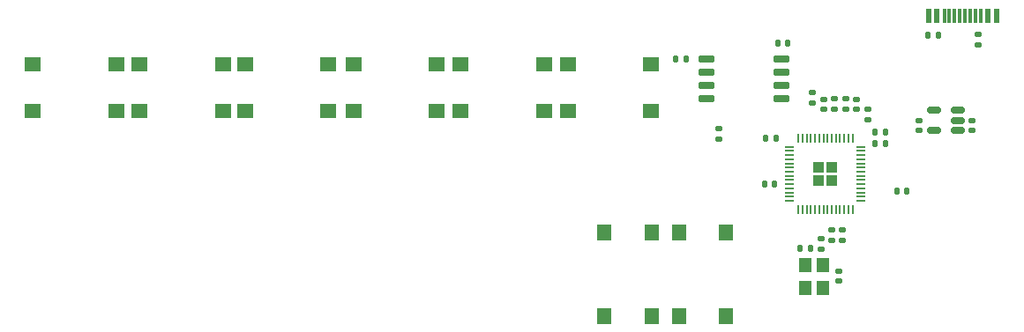
<source format=gbr>
%TF.GenerationSoftware,KiCad,Pcbnew,7.0.2*%
%TF.CreationDate,2023-12-16T15:11:12-05:00*%
%TF.ProjectId,Flatbox-rev7,466c6174-626f-4782-9d72-6576372e6b69,rev?*%
%TF.SameCoordinates,Original*%
%TF.FileFunction,Paste,Top*%
%TF.FilePolarity,Positive*%
%FSLAX46Y46*%
G04 Gerber Fmt 4.6, Leading zero omitted, Abs format (unit mm)*
G04 Created by KiCad (PCBNEW 7.0.2) date 2023-12-16 15:11:12*
%MOMM*%
%LPD*%
G01*
G04 APERTURE LIST*
G04 Aperture macros list*
%AMRoundRect*
0 Rectangle with rounded corners*
0 $1 Rounding radius*
0 $2 $3 $4 $5 $6 $7 $8 $9 X,Y pos of 4 corners*
0 Add a 4 corners polygon primitive as box body*
4,1,4,$2,$3,$4,$5,$6,$7,$8,$9,$2,$3,0*
0 Add four circle primitives for the rounded corners*
1,1,$1+$1,$2,$3*
1,1,$1+$1,$4,$5*
1,1,$1+$1,$6,$7*
1,1,$1+$1,$8,$9*
0 Add four rect primitives between the rounded corners*
20,1,$1+$1,$2,$3,$4,$5,0*
20,1,$1+$1,$4,$5,$6,$7,0*
20,1,$1+$1,$6,$7,$8,$9,0*
20,1,$1+$1,$8,$9,$2,$3,0*%
G04 Aperture macros list end*
%ADD10R,1.400000X1.600000*%
%ADD11R,1.600000X1.400000*%
%ADD12RoundRect,0.135000X-0.185000X0.135000X-0.185000X-0.135000X0.185000X-0.135000X0.185000X0.135000X0*%
%ADD13R,0.600000X1.450000*%
%ADD14R,0.300000X1.450000*%
%ADD15RoundRect,0.135000X0.135000X0.185000X-0.135000X0.185000X-0.135000X-0.185000X0.135000X-0.185000X0*%
%ADD16RoundRect,0.140000X0.170000X-0.140000X0.170000X0.140000X-0.170000X0.140000X-0.170000X-0.140000X0*%
%ADD17RoundRect,0.140000X-0.140000X-0.170000X0.140000X-0.170000X0.140000X0.170000X-0.140000X0.170000X0*%
%ADD18RoundRect,0.140000X-0.170000X0.140000X-0.170000X-0.140000X0.170000X-0.140000X0.170000X0.140000X0*%
%ADD19RoundRect,0.135000X-0.135000X-0.185000X0.135000X-0.185000X0.135000X0.185000X-0.135000X0.185000X0*%
%ADD20RoundRect,0.150000X0.512500X0.150000X-0.512500X0.150000X-0.512500X-0.150000X0.512500X-0.150000X0*%
%ADD21RoundRect,0.150000X-0.650000X-0.150000X0.650000X-0.150000X0.650000X0.150000X-0.650000X0.150000X0*%
%ADD22RoundRect,0.250000X-0.292217X-0.292217X0.292217X-0.292217X0.292217X0.292217X-0.292217X0.292217X0*%
%ADD23RoundRect,0.050000X-0.387500X-0.050000X0.387500X-0.050000X0.387500X0.050000X-0.387500X0.050000X0*%
%ADD24RoundRect,0.050000X-0.050000X-0.387500X0.050000X-0.387500X0.050000X0.387500X-0.050000X0.387500X0*%
%ADD25R,1.200000X1.400000*%
%ADD26RoundRect,0.140000X0.140000X0.170000X-0.140000X0.170000X-0.140000X-0.170000X0.140000X-0.170000X0*%
%ADD27RoundRect,0.135000X0.185000X-0.135000X0.185000X0.135000X-0.185000X0.135000X-0.185000X-0.135000X0*%
G04 APERTURE END LIST*
D10*
%TO.C,SW20*%
X122300000Y-53050000D03*
X122300000Y-61050000D03*
X117800000Y-53050000D03*
X117800000Y-61050000D03*
%TD*%
D11*
%TO.C,SWr1*%
X63753000Y-41366000D03*
X55753000Y-41366000D03*
X63753000Y-36866000D03*
X55753000Y-36866000D03*
%TD*%
D10*
%TO.C,SW19*%
X110650000Y-61050000D03*
X110650000Y-53050000D03*
X115150000Y-61050000D03*
X115150000Y-53050000D03*
%TD*%
D11*
%TO.C,SW6*%
X115125000Y-41366000D03*
X107125000Y-41366000D03*
X115125000Y-36866000D03*
X107125000Y-36866000D03*
%TD*%
%TO.C,SW5*%
X104838000Y-41366000D03*
X96838000Y-41366000D03*
X104838000Y-36866000D03*
X96838000Y-36866000D03*
%TD*%
%TO.C,SW4*%
X94551000Y-41366000D03*
X86551000Y-41366000D03*
X94551000Y-36866000D03*
X86551000Y-36866000D03*
%TD*%
%TO.C,SW3*%
X84137000Y-41366000D03*
X76137000Y-41366000D03*
X84137000Y-36866000D03*
X76137000Y-36866000D03*
%TD*%
%TO.C,SW2*%
X74010000Y-41366000D03*
X66010000Y-41366000D03*
X74010000Y-36866000D03*
X66010000Y-36866000D03*
%TD*%
D12*
%TO.C,R7*%
X146550000Y-33990000D03*
X146550000Y-35010000D03*
%TD*%
D13*
%TO.C,USB1*%
X148250000Y-32195000D03*
X147450000Y-32195000D03*
D14*
X146750000Y-32195000D03*
X146250000Y-32195000D03*
X145750000Y-32195000D03*
X145250000Y-32195000D03*
X144750000Y-32195000D03*
X144250000Y-32195000D03*
X143750000Y-32195000D03*
X143250000Y-32195000D03*
D13*
X142550000Y-32195000D03*
X141750000Y-32195000D03*
%TD*%
D15*
%TO.C,R6*%
X142660000Y-34050000D03*
X141640000Y-34050000D03*
%TD*%
D16*
%TO.C,C1*%
X145923000Y-43230000D03*
X145923000Y-42270000D03*
%TD*%
D17*
%TO.C,C2*%
X129420000Y-54600000D03*
X130380000Y-54600000D03*
%TD*%
D16*
%TO.C,C4*%
X140843000Y-43230000D03*
X140843000Y-42270000D03*
%TD*%
D17*
%TO.C,C5*%
X127270000Y-34800000D03*
X128230000Y-34800000D03*
%TD*%
D16*
%TO.C,C6*%
X130600000Y-40580000D03*
X130600000Y-39620000D03*
%TD*%
D18*
%TO.C,C7*%
X133450000Y-52820000D03*
X133450000Y-53780000D03*
%TD*%
D16*
%TO.C,C8*%
X134850000Y-41180000D03*
X134850000Y-40220000D03*
%TD*%
%TO.C,C9*%
X131650000Y-41180000D03*
X131650000Y-40220000D03*
%TD*%
%TO.C,C10*%
X135900000Y-42180000D03*
X135900000Y-41220000D03*
%TD*%
D17*
%TO.C,C15*%
X136620000Y-44450000D03*
X137580000Y-44450000D03*
%TD*%
%TO.C,C16*%
X136620000Y-43400000D03*
X137580000Y-43400000D03*
%TD*%
D12*
%TO.C,R1*%
X121650000Y-43090000D03*
X121650000Y-44110000D03*
%TD*%
D19*
%TO.C,R2*%
X117490000Y-36400000D03*
X118510000Y-36400000D03*
%TD*%
D12*
%TO.C,R4*%
X133780000Y-40190000D03*
X133780000Y-41210000D03*
%TD*%
D20*
%TO.C,U1*%
X144537500Y-43200000D03*
X144537500Y-42250000D03*
X144537500Y-41300000D03*
X142262500Y-41300000D03*
X142262500Y-43200000D03*
%TD*%
D21*
%TO.C,U2*%
X120450000Y-36395000D03*
X120450000Y-37665000D03*
X120450000Y-38935000D03*
X120450000Y-40205000D03*
X127650000Y-40205000D03*
X127650000Y-38935000D03*
X127650000Y-37665000D03*
X127650000Y-36395000D03*
%TD*%
D22*
%TO.C,U3*%
X131212500Y-46762500D03*
X131212500Y-48037500D03*
X132487500Y-46762500D03*
X132487500Y-48037500D03*
D23*
X128412500Y-44800000D03*
X128412500Y-45200000D03*
X128412500Y-45600000D03*
X128412500Y-46000000D03*
X128412500Y-46400000D03*
X128412500Y-46800000D03*
X128412500Y-47200000D03*
X128412500Y-47600000D03*
X128412500Y-48000000D03*
X128412500Y-48400000D03*
X128412500Y-48800000D03*
X128412500Y-49200000D03*
X128412500Y-49600000D03*
X128412500Y-50000000D03*
D24*
X129250000Y-50837500D03*
X129650000Y-50837500D03*
X130050000Y-50837500D03*
X130450000Y-50837500D03*
X130850000Y-50837500D03*
X131250000Y-50837500D03*
X131650000Y-50837500D03*
X132050000Y-50837500D03*
X132450000Y-50837500D03*
X132850000Y-50837500D03*
X133250000Y-50837500D03*
X133650000Y-50837500D03*
X134050000Y-50837500D03*
X134450000Y-50837500D03*
D23*
X135287500Y-50000000D03*
X135287500Y-49600000D03*
X135287500Y-49200000D03*
X135287500Y-48800000D03*
X135287500Y-48400000D03*
X135287500Y-48000000D03*
X135287500Y-47600000D03*
X135287500Y-47200000D03*
X135287500Y-46800000D03*
X135287500Y-46400000D03*
X135287500Y-46000000D03*
X135287500Y-45600000D03*
X135287500Y-45200000D03*
X135287500Y-44800000D03*
D24*
X134450000Y-43962500D03*
X134050000Y-43962500D03*
X133650000Y-43962500D03*
X133250000Y-43962500D03*
X132850000Y-43962500D03*
X132450000Y-43962500D03*
X132050000Y-43962500D03*
X131650000Y-43962500D03*
X131250000Y-43962500D03*
X130850000Y-43962500D03*
X130450000Y-43962500D03*
X130050000Y-43962500D03*
X129650000Y-43962500D03*
X129250000Y-43962500D03*
%TD*%
D25*
%TO.C,Y1*%
X129900000Y-56150000D03*
X129900000Y-58350000D03*
X131600000Y-58350000D03*
X131600000Y-56150000D03*
%TD*%
D12*
%TO.C,R3*%
X132700000Y-40190000D03*
X132700000Y-41210000D03*
%TD*%
D18*
%TO.C,C3*%
X133100000Y-56770000D03*
X133100000Y-57730000D03*
%TD*%
D26*
%TO.C,C13*%
X126980000Y-48400000D03*
X126020000Y-48400000D03*
%TD*%
D17*
%TO.C,C12*%
X138712000Y-49022000D03*
X139672000Y-49022000D03*
%TD*%
D27*
%TO.C,R5*%
X131400000Y-54660000D03*
X131400000Y-53640000D03*
%TD*%
D18*
%TO.C,C14*%
X132420000Y-52820000D03*
X132420000Y-53780000D03*
%TD*%
D26*
%TO.C,C11*%
X127080000Y-44000000D03*
X126120000Y-44000000D03*
%TD*%
M02*

</source>
